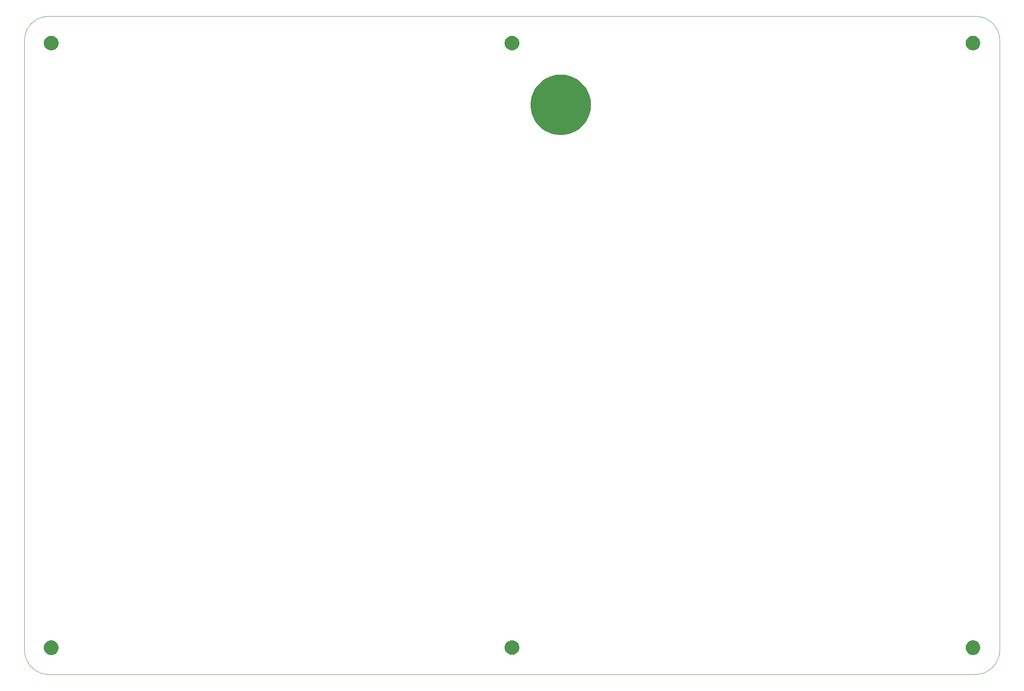
<source format=gbr>
%TF.GenerationSoftware,Altium Limited,Altium Designer,21.6.4 (81)*%
G04 Layer_Color=0*
%FSLAX43Y43*%
%MOMM*%
%TF.SameCoordinates,51A45B19-5AA5-45A3-BC04-4EA5AD39BA57*%
%TF.FilePolarity,Positive*%
%TF.FileFunction,Profile,NP*%
%TF.Part,Single*%
G01*
G75*
%TA.AperFunction,Profile*%
%ADD50C,0.025*%
G36*
X103803Y116840D02*
Y116536D01*
X103863Y115930D01*
X103981Y115332D01*
X104158Y114750D01*
X104391Y114187D01*
X104678Y113650D01*
X105017Y113144D01*
X105403Y112673D01*
X105833Y112243D01*
X106304Y111856D01*
X106810Y111518D01*
X107347Y111231D01*
X107910Y110998D01*
X108492Y110821D01*
X109090Y110703D01*
X109696Y110643D01*
X110000D01*
X110304D01*
X110910Y110703D01*
X111508Y110821D01*
X112090Y110998D01*
X112653Y111231D01*
X113190Y111518D01*
X113696Y111856D01*
X114167Y112243D01*
X114597Y112673D01*
X114983Y113144D01*
X115322Y113650D01*
X115609Y114187D01*
X115842Y114750D01*
X116019Y115332D01*
X116137Y115930D01*
X116197Y116536D01*
Y116840D01*
Y117144D01*
X116137Y117750D01*
X116019Y118348D01*
X115842Y118930D01*
X115609Y119493D01*
X115322Y120030D01*
X114983Y120536D01*
X114597Y121007D01*
X114167Y121437D01*
X113696Y121824D01*
X113190Y122162D01*
X112653Y122449D01*
X112090Y122682D01*
X111508Y122859D01*
X110910Y122977D01*
X110304Y123037D01*
X110000D01*
X109696D01*
X109090Y122977D01*
X108492Y122859D01*
X107910Y122682D01*
X107347Y122449D01*
X106810Y122162D01*
X106304Y121824D01*
X105833Y121437D01*
X105403Y121007D01*
X105017Y120536D01*
X104678Y120030D01*
X104391Y119493D01*
X104158Y118930D01*
X103981Y118348D01*
X103863Y117750D01*
X103803Y117144D01*
Y116840D01*
D01*
D02*
G37*
G36*
X98500Y5525D02*
Y5377D01*
X98558Y5087D01*
X98671Y4814D01*
X98835Y4569D01*
X99044Y4360D01*
X99289Y4196D01*
X99562Y4083D01*
X99852Y4025D01*
X100000D01*
X100148D01*
X100438Y4083D01*
X100711Y4196D01*
X100956Y4360D01*
X101165Y4569D01*
X101329Y4814D01*
X101442Y5087D01*
X101500Y5377D01*
Y5525D01*
Y5673D01*
X101442Y5963D01*
X101329Y6236D01*
X101165Y6481D01*
X100956Y6690D01*
X100711Y6854D01*
X100438Y6967D01*
X100148Y7025D01*
X100000D01*
X99852D01*
X99562Y6967D01*
X99289Y6854D01*
X99044Y6690D01*
X98835Y6481D01*
X98671Y6236D01*
X98558Y5963D01*
X98500Y5673D01*
Y5525D01*
D01*
D02*
G37*
G36*
Y129500D02*
Y129352D01*
X98558Y129062D01*
X98671Y128789D01*
X98835Y128544D01*
X99044Y128335D01*
X99289Y128171D01*
X99562Y128058D01*
X99852Y128000D01*
X100000D01*
X100148D01*
X100438Y128058D01*
X100711Y128171D01*
X100956Y128335D01*
X101165Y128544D01*
X101329Y128789D01*
X101442Y129062D01*
X101500Y129352D01*
Y129500D01*
Y129648D01*
X101442Y129938D01*
X101329Y130211D01*
X101165Y130456D01*
X100956Y130665D01*
X100711Y130829D01*
X100438Y130942D01*
X100148Y131000D01*
X100000D01*
X99852D01*
X99562Y130942D01*
X99289Y130829D01*
X99044Y130665D01*
X98835Y130456D01*
X98671Y130211D01*
X98558Y129938D01*
X98500Y129648D01*
Y129500D01*
D01*
D02*
G37*
G36*
X4025Y5500D02*
Y5352D01*
X4083Y5062D01*
X4196Y4789D01*
X4360Y4544D01*
X4569Y4335D01*
X4814Y4171D01*
X5087Y4058D01*
X5377Y4000D01*
X5525D01*
X5673D01*
X5963Y4058D01*
X6236Y4171D01*
X6481Y4335D01*
X6690Y4544D01*
X6854Y4789D01*
X6967Y5062D01*
X7025Y5352D01*
Y5500D01*
Y5648D01*
X6967Y5938D01*
X6854Y6211D01*
X6690Y6456D01*
X6481Y6665D01*
X6236Y6829D01*
X5963Y6942D01*
X5673Y7000D01*
X5525D01*
X5377D01*
X5087Y6942D01*
X4814Y6829D01*
X4569Y6665D01*
X4360Y6456D01*
X4196Y6211D01*
X4083Y5938D01*
X4025Y5648D01*
Y5500D01*
D01*
D02*
G37*
G36*
X193025D02*
Y5352D01*
X193083Y5062D01*
X193196Y4789D01*
X193360Y4544D01*
X193569Y4335D01*
X193814Y4171D01*
X194087Y4058D01*
X194377Y4000D01*
X194525D01*
X194673D01*
X194963Y4058D01*
X195236Y4171D01*
X195481Y4335D01*
X195690Y4544D01*
X195854Y4789D01*
X195967Y5062D01*
X196025Y5352D01*
Y5500D01*
Y5648D01*
X195967Y5938D01*
X195854Y6211D01*
X195690Y6456D01*
X195481Y6665D01*
X195236Y6829D01*
X194963Y6942D01*
X194673Y7000D01*
X194525D01*
X194377D01*
X194087Y6942D01*
X193814Y6829D01*
X193569Y6665D01*
X193360Y6456D01*
X193196Y6211D01*
X193083Y5938D01*
X193025Y5648D01*
Y5500D01*
D01*
D02*
G37*
G36*
Y129500D02*
Y129352D01*
X193083Y129062D01*
X193196Y128789D01*
X193360Y128544D01*
X193569Y128335D01*
X193814Y128171D01*
X194087Y128058D01*
X194377Y128000D01*
X194525D01*
X194673D01*
X194963Y128058D01*
X195236Y128171D01*
X195481Y128335D01*
X195690Y128544D01*
X195854Y128789D01*
X195967Y129062D01*
X196025Y129352D01*
Y129500D01*
Y129648D01*
X195967Y129938D01*
X195854Y130211D01*
X195690Y130456D01*
X195481Y130665D01*
X195236Y130829D01*
X194963Y130942D01*
X194673Y131000D01*
X194525D01*
X194377D01*
X194087Y130942D01*
X193814Y130829D01*
X193569Y130665D01*
X193360Y130456D01*
X193196Y130211D01*
X193083Y129938D01*
X193025Y129648D01*
Y129500D01*
D01*
D02*
G37*
G36*
X4025D02*
Y129352D01*
X4083Y129062D01*
X4196Y128789D01*
X4360Y128544D01*
X4569Y128335D01*
X4814Y128171D01*
X5087Y128058D01*
X5377Y128000D01*
X5525D01*
X5673D01*
X5963Y128058D01*
X6236Y128171D01*
X6481Y128335D01*
X6690Y128544D01*
X6854Y128789D01*
X6967Y129062D01*
X7025Y129352D01*
Y129500D01*
Y129648D01*
X6967Y129938D01*
X6854Y130211D01*
X6690Y130456D01*
X6481Y130665D01*
X6236Y130829D01*
X5963Y130942D01*
X5673Y131000D01*
X5525D01*
X5377D01*
X5087Y130942D01*
X4814Y130829D01*
X4569Y130665D01*
X4360Y130456D01*
X4196Y130211D01*
X4083Y129938D01*
X4025Y129648D01*
Y129500D01*
D01*
D02*
G37*
D50*
X25Y5000D02*
G03*
X5025Y0I5000J-0D01*
G01*
X195025D01*
D02*
G03*
X200025Y5000I0J5000D01*
G01*
Y130000D01*
D02*
G03*
X195052Y135000I-5000J0D01*
G01*
X5025Y135000D01*
D02*
G03*
X25Y130000I0J-5000D01*
G01*
Y5000D01*
%TF.MD5,9b6c2f3bce9a779150463cfadc3231b3*%
M02*

</source>
